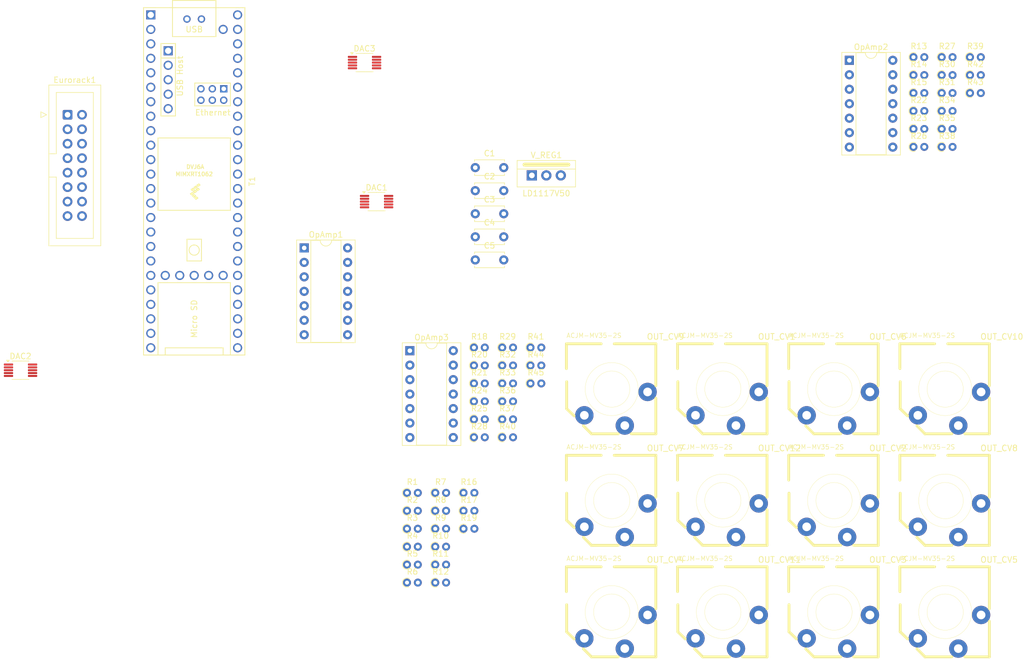
<source format=kicad_pcb>
(kicad_pcb (version 20240108) (generator "pcbnew") (generator_version "8.0")
  (title_block (comment 4 "AISLER Project ID: HGFIVOVR"))
  (layers (0 "F.Cu" signal) (31 "B.Cu" signal) (34 "B.Paste" user) (35 "F.Paste" user) (36 "B.SilkS" user "B.Silkscreen") (37 "F.SilkS" user "F.Silkscreen") (38 "B.Mask" user) (39 "F.Mask" user) (44 "Edge.Cuts" user))
  (net 0 "")
  (net 1 "+12V")
  (net 2 "GND")
  (net 3 "VCC")
  (net 4 "/BOODOO_BOARD/RDY_~{BSY}")
  (net 5 "/BOODOO_BOARD/DAC1")
  (net 6 "/BOODOO_BOARD/~{LDAC}")
  (net 7 "/BOODOO_BOARD/DAC4")
  (net 8 "/BOODOO_BOARD/DAC3")
  (net 9 "/BOODOO_BOARD/DAC2")
  (net 10 "/BOODOO_BOARD/SCL")
  (net 11 "/BOODOO_BOARD/SDA")
  (net 12 "/BOODOO_BOARD1/DAC4")
  (net 13 "/BOODOO_BOARD1/DAC2")
  (net 14 "/BOODOO_BOARD1/RDY_~{BSY}")
  (net 15 "/BOODOO_BOARD1/DAC3")
  (net 16 "/BOODOO_BOARD1/SCL")
  (net 17 "/BOODOO_BOARD1/~{LDAC}")
  (net 18 "/BOODOO_BOARD1/SDA")
  (net 19 "/BOODOO_BOARD1/DAC1")
  (net 20 "Net-(Eurorack1-Pin_13)")
  (net 21 "RED_STRIP")
  (net 22 "Net-(Eurorack1-Pin_11)")
  (net 23 "Net-(Eurorack1-Pin_15)")
  (net 24 "Net-(OpAmp1D--)")
  (net 25 "Net-(OpAmp1C--)")
  (net 26 "Net-(OpAmp1A--)")
  (net 27 "Net-(OpAmp1B--)")
  (net 28 "Net-(OpAmp1-Pad7)")
  (net 29 "Net-(OpAmp1-Pad14)")
  (net 30 "Net-(OpAmp1-Pad1)")
  (net 31 "Net-(OpAmp1-Pad8)")
  (net 32 "/BOODOO_BOARD2/DAC1")
  (net 33 "/BOODOO_BOARD2/SDA")
  (net 34 "/BOODOO_BOARD2/DAC3")
  (net 35 "/BOODOO_BOARD2/DAC4")
  (net 36 "/BOODOO_BOARD2/SCL")
  (net 37 "/BOODOO_BOARD2/RDY_~{BSY}")
  (net 38 "/BOODOO_BOARD2/DAC2")
  (net 39 "/BOODOO_BOARD2/~{LDAC}")
  (net 40 "Net-(OpAmp3D--)")
  (net 41 "Net-(OpAmp3-Pad1)")
  (net 43 "Net-(OpAmp3B--)")
  (net 47 "Net-(OpAmp3A--)")
  (net 48 "Net-(OpAmp3-Pad7)")
  (net 49 "Net-(OpAmp3-Pad14)")
  (net 50 "Net-(OpAmp3C--)")
  (net 51 "Net-(OpAmp3-Pad8)")
  (net 53 "/BOODOO_BOARD/CV_2")
  (net 54 "/BOODOO_BOARD/CV_3")
  (net 57 "Net-(OpAmp2A--)")
  (net 58 "Net-(OpAmp2-Pad8)")
  (net 59 "Net-(OpAmp2C--)")
  (net 60 "Net-(OpAmp2D--)")
  (net 61 "Net-(OpAmp2-Pad1)")
  (net 62 "Net-(OpAmp2-Pad14)")
  (net 63 "Net-(OpAmp2-Pad7)")
  (net 64 "Net-(OpAmp2B--)")
  (net 65 "/BOODOO_BOARD/CV_4")
  (net 67 "/BOODOO_BOARD1/CV_1")
  (net 69 "/BOODOO_BOARD1/CV_2")
  (net 70 "/BOODOO_BOARD1/CV_3")
  (net 72 "/BOODOO_BOARD1/CV_4")
  (net 74 "/BOODOO_BOARD2/CV_1")
  (net 77 "/BOODOO_BOARD2/CV_2")
  (net 78 "/BOODOO_BOARD2/CV_3")
  (net 81 "/BOODOO_BOARD2/CV_4")
  (net 83 "/BOODOO_BOARD/CV_1")
  (footprint "PCM_4ms_Jack:ACJM-MV35-2S_Mono_Vert_Switch" (layer "F.Cu") (at 59.152 101.125)
    (property "Reference" "OUT_CV5" (at 6.09 -8.6 0) (layer "F.SilkS") (effects (font (size 1.016 1.016) (thickness 0.1524)) (justify left bottom)))
    (property "Value" "ACJM-MV35-2S" (at -7.99 -8.93 0) (layer "F.SilkS") (effects (font (size 0.8 0.8) (thickness 0.1)) (justify left bottom)))
    (pad "1" thru_hole circle (at -4.8 4.6 270) (size 3.216 3.216) (drill 1.524) (layers "*.Cu" "*.Mask") (net 2 "GND"))
    (pad "2" thru_hole circle (at 2.3 6.4 270) (size 3.216 3.216) (drill 1.524) (layers "*.Cu" "*.Mask"))
    (pad "3" thru_hole circle (at 6.3 0.5 270) (size 3.216 3.216) (drill 1.524) (layers "*.Cu" "*.Mask") (net 53 "/BOODOO_BOARD/CV_2"))
  )
  (footprint "Resistor_THT:R_Axial_DIN0204_L3.6mm_D1.6mm_P1.90mm_Vertical" (layer "F.Cu") (at 58.542 3.735)
    (property "Reference" "R27" (at 0.95 -1.92 0) (layer "F.SilkS"))
    (property "Value" "47k")
    (pad "1" thru_hole circle (at 0 0) (size 1.4 1.4) (drill 0.7) (layers "*.Cu" "*.Mask") (net 60 "Net-(OpAmp2D--)"))
    (pad "2" thru_hole oval (at 1.9 0) (size 1.4 1.4) (drill 0.7) (layers "*.Cu" "*.Mask") (net 65 "/BOODOO_BOARD/CV_4"))
  )
  (footprint "Resistor_THT:R_Axial_DIN0204_L3.6mm_D1.6mm_P1.90mm_Vertical" (layer "F.Cu") (at -30.338 83.345)
    (property "Reference" "R8" (at 0.95 -1.92 0) (layer "F.SilkS"))
    (property "Value" "47k")
    (pad "1" thru_hole circle (at 0 0) (size 1.4 1.4) (drill 0.7) (layers "*.Cu" "*.Mask") (net 25 "Net-(OpAmp1C--)"))
    (pad "2" thru_hole oval (at 1.9 0) (size 1.4 1.4) (drill 0.7) (layers "*.Cu" "*.Mask") (net 2 "GND"))
  )
  (footprint "Resistor_THT:R_Axial_DIN0204_L3.6mm_D1.6mm_P1.90mm_Vertical" (layer "F.Cu") (at -23.548 70.445)
    (property "Reference" "R28" (at 0.95 -1.92 0) (layer "F.SilkS"))
    (property "Value" "47k")
    (pad "1" thru_hole circle (at 0 0) (size 1.4 1.4) (drill 0.7) (layers "*.Cu" "*.Mask") (net 47 "Net-(OpAmp3A--)"))
    (pad "2" thru_hole oval (at 1.9 0) (size 1.4 1.4) (drill 0.7) (layers "*.Cu" "*.Mask") (net 2 "GND"))
  )
  (footprint "Package_SO:MSOP-10_3x3mm_P0.5mm" (layer "F.Cu") (at -40.64 29.083)
    (property "Reference" "DAC1" (at 0 -2.45 0) (layer "F.SilkS"))
    (property "Value" "MCP4728")
    (pad "1" smd roundrect (at -2.1125 -1) (size 1.625 0.35) (layers "F.Cu" "F.Paste" "F.Mask") (net 3 "VCC"))
    (pad "2" smd roundrect (at -2.1125 -0.5) (size 1.625 0.35) (layers "F.Cu" "F.Paste" "F.Mask") (net 16 "/BOODOO_BOARD1/SCL"))
    (pad "3" smd roundrect (at -2.1125 0) (size 1.625 0.35) (layers "F.Cu" "F.Paste" "F.Mask") (net 18 "/BOODOO_BOARD1/SDA"))
    (pad "4" smd roundrect (at -2.1125 0.5) (size 1.625 0.35) (layers "F.Cu" "F.Paste" "F.Mask") (net 17 "/BOODOO_BOARD1/~{LDAC}"))
    (pad "5" smd roundrect (at -2.1125 1) (size 1.625 0.35) (layers "F.Cu" "F.Paste" "F.Mask") (net 14 "/BOODOO_BOARD1/RDY_~{BSY}"))
    (pad "6" smd roundrect (at 2.1125 1) (size 1.625 0.35) (layers "F.Cu" "F.Paste" "F.Mask") (net 19 "/BOODOO_BOARD1/DAC1"))
    (pad "7" smd roundrect (at 2.1125 0.5) (size 1.625 0.35) (layers "F.Cu" "F.Paste" "F.Mask") (net 13 "/BOODOO_BOARD1/DAC2"))
    (pad "8" smd roundrect (at 2.1125 0) (size 1.625 0.35) (layers "F.Cu" "F.Paste" "F.Mask") (net 15 "/BOODOO_BOARD1/DAC3"))
    (pad "9" smd roundrect (at 2.1125 -0.5) (size 1.625 0.35) (layers "F.Cu" "F.Paste" "F.Mask") (net 12 "/BOODOO_BOARD1/DAC4"))
    (pad "10" smd roundrect (at 2.1125 -1) (size 1.625 0.35) (layers "F.Cu" "F.Paste" "F.Mask") (net 2 "GND"))
  )
  (footprint "Resistor_THT:R_Axial_DIN0204_L3.6mm_D1.6mm_P1.90mm_Vertical" (layer "F.Cu") (at -23.548 64.145)
    (property "Reference" "R24" (at 0.95 -1.92 0) (layer "F.SilkS"))
    (property "Value" "1k")
    (pad "1" thru_hole circle (at 0 0) (size 1.4 1.4) (drill 0.7) (layers "*.Cu" "*.Mask") (net 41 "Net-(OpAmp3-Pad1)"))
    (pad "2" thru_hole oval (at 1.9 0) (size 1.4 1.4) (drill 0.7) (layers "*.Cu" "*.Mask") (net 74 "/BOODOO_BOARD2/CV_1"))
  )
  (footprint "PCM_4ms_Jack:ACJM-MV35-2S_Mono_Vert_Switch" (layer "F.Cu") (at 39.642 101.125)
    (property "Reference" "OUT_CV3" (at 6.09 -8.6 0) (layer "F.SilkS") (effects (font (size 1.016 1.016) (thickness 0.1524)) (justify left bottom)))
    (property "Value" "ACJM-MV35-2S" (at -7.99 -8.93 0) (layer "F.SilkS") (effects (font (size 0.8 0.8) (thickness 0.1)) (justify left bottom)))
    (pad "1" thru_hole circle (at -4.8 4.6 270) (size 3.216 3.216) (drill 1.524) (layers "*.Cu" "*.Mask") (net 2 "GND"))
    (pad "2" thru_hole circle (at 2.3 6.4 270) (size 3.216 3.216) (drill 1.524) (layers "*.Cu" "*.Mask"))
    (pad "3" thru_hole circle (at 6.3 0.5 270) (size 3.216 3.216) (drill 1.524) (layers "*.Cu" "*.Mask") (net 72 "/BOODOO_BOARD1/CV_4"))
  )
  (footprint "Capacitor_THT:C_Disc_D5.0mm_W2.5mm_P5.00mm" (layer "F.Cu") (at -23.318 39.315)
    (property "Reference" "C5" (at 2.5 -2.5 0) (layer "F.SilkS"))
    (property "Value" "0.1uf")
    (pad "1" thru_hole circle (at 0 0) (size 1.6 1.6) (drill 0.8) (layers "*.Cu" "*.Mask") (net 1 "+12V"))
    (pad "2" thru_hole circle (at 5 0) (size 1.6 1.6) (drill 0.8) (layers "*.Cu" "*.Mask") (net 2 "GND"))
  )
  (footprint "Resistor_THT:R_Axial_DIN0204_L3.6mm_D1.6mm_P1.90mm_Vertical" (layer "F.Cu") (at -13.628 54.695)
    (property "Reference" "R41" (at 0.95 -1.92 0) (layer "F.SilkS"))
    (property "Value" "47k")
    (pad "1" thru_hole circle (at 0 0) (size 1.4 1.4) (drill 0.7) (layers "*.Cu" "*.Mask") (net 50 "Net-(OpAmp3C--)"))
    (pad "2" thru_hole oval (at 1.9 0) (size 1.4 1.4) (drill 0.7) (layers "*.Cu" "*.Mask") (net 78 "/BOODOO_BOARD2/CV_3"))
  )
  (footprint "PCM_4ms_Jack:ACJM-MV35-2S_Mono_Vert_Switch" (layer "F.Cu") (at 39.642 81.555)
    (property "Reference" "OUT_CV2" (at 6.09 -8.6 0) (layer "F.SilkS") (effects (font (size 1.016 1.016) (thickness 0.1524)) (justify left bottom)))
    (property "Value" "ACJM-MV35-2S" (at -7.99 -8.93 0) (layer "F.SilkS") (effects (font (size 0.8 0.8) (thickness 0.1)) (justify left bottom)))
    (pad "1" thru_hole circle (at -4.8 4.6 270) (size 3.216 3.216) (drill 1.524) (layers "*.Cu" "*.Mask") (net 2 "GND"))
    (pad "2" thru_hole circle (at 2.3 6.4 270) (size 3.216 3.216) (drill 1.524) (layers "*.Cu" "*.Mask"))
    (pad "3" thru_hole circle (at 6.3 0.5 270) (size 3.216 3.216) (drill 1.524) (layers "*.Cu" "*.Mask") (net 67 "/BOODOO_BOARD1/CV_1"))
  )
  (footprint "PCM_4ms_Jack:ACJM-MV35-2S_Mono_Vert_Switch" (layer "F.Cu") (at 39.642 61.985)
    (property "Reference" "OUT_CV6" (at 6.09 -8.6 0) (layer "F.SilkS") (effects (font (size 1.016 1.016) (thickness 0.1524)) (justify left bottom)))
    (property "Value" "ACJM-MV35-2S" (at -7.99 -8.93 0) (layer "F.SilkS") (effects (font (size 0.8 0.8) (thickness 0.1)) (justify left bottom)))
    (pad "1" thru_hole circle (at -4.8 4.6 270) (size 3.216 3.216) (drill 1.524) (layers "*.Cu" "*.Mask") (net 2 "GND"))
    (pad "2" thru_hole circle (at 2.3 6.4 270) (size 3.216 3.216) (drill 1.524) (layers "*.Cu" "*.Mask"))
    (pad "3" thru_hole circle (at 6.3 0.5 270) (size 3.216 3.216) (drill 1.524) (layers "*.Cu" "*.Mask") (net 54 "/BOODOO_BOARD/CV_3"))
  )
  (footprint "Resistor_THT:R_Axial_DIN0204_L3.6mm_D1.6mm_P1.90mm_Vertical" (layer "F.Cu") (at -30.338 92.795)
    (property "Reference" "R11" (at 0.95 -1.92 0) (layer "F.SilkS"))
    (property "Value" "1k")
    (pad "1" thru_hole circle (at 0 0) (size 1.4 1.4) (drill 0.7) (layers "*.Cu" "*.Mask") (net 28 "Net-(OpAmp1-Pad7)"))
    (pad "2" thru_hole oval (at 1.9 0) (size 1.4 1.4) (drill 0.7) (layers "*.Cu" "*.Mask") (net 69 "/BOODOO_BOARD1/CV_2"))
  )
  (footprint "PCM_4ms_Package_TO:TO-220-3_Vertical" (layer "F.Cu") (at -10.848 24.485)
    (property "Reference" "V_REG1" (at 0 -3.55 0) (layer "F.SilkS"))
    (property "Value" "LD1117V50" (at 0 3.15 0) (layer "F.SilkS"))
    (pad "1" thru_hole rect (at -2.54 0) (size 1.8 1.8) (drill 1) (layers "*.Cu" "*.Mask") (net 2 "GND"))
    (pad "2" thru_hole oval (at 0 0) (size 1.8 1.8) (drill 1) (layers "*.Cu" "*.Mask") (net 3 "VCC"))
    (pad "3" thru_hole oval (at 2.54 0) (size 1.8 1.8) (drill 1) (layers "*.Cu" "*.Mask") (net 1 "+12V"))
  )
  (footprint "Resistor_THT:R_Axial_DIN0204_L3.6mm_D1.6mm_P1.90mm_Vertical" (layer "F.Cu") (at 53.582 19.485)
    (property "Reference" "R26" (at 0.95 -1.92 0) (layer "F.SilkS"))
    (property "Value" "47k")
    (pad "1" thru_hole circle (at 0 0) (size 1.4 1.4) (drill 0.7) (layers "*.Cu" "*.Mask") (net 57 "Net-(OpAmp2A--)"))
    (pad "2" thru_hole oval (at 1.9 0) (size 1.4 1.4) (drill 0.7) (layers "*.Cu" "*.Mask") (net 83 "/BOODOO_BOARD/CV_1"))
  )
  (footprint "Capacitor_THT:C_Disc_D5.0mm_W2.5mm_P5.00mm" (layer "F.Cu") (at -23.318 31.215)
    (property "Reference" "C3" (at 2.5 -2.5 0) (layer "F.SilkS"))
    (property "Value" "0.1uf")
    (pad "1" thru_hole circle (at 0 0) (size 1.6 1.6) (drill 0.8) (layers "*.Cu" "*.Mask") (net 3 "VCC"))
    (pad "2" thru_hole circle (at 5 0) (size 1.6 1.6) (drill 0.8) (layers "*.Cu" "*.Mask") (net 2 "GND"))
  )
  (footprint "Resistor_THT:R_Axial_DIN0204_L3.6mm_D1.6mm_P1.90mm_Vertical" (layer "F.Cu") (at -35.298 83.345)
    (property "Reference" "R2" (at 0.95 -1.92 0) (layer "F.SilkS"))
    (property "Value" "1k")
    (pad "1" thru_hole circle (at 0 0) (size 1.4 1.4) (drill 0.7) (layers "*.Cu" "*.Mask") (net 29 "Net-(OpAmp1-Pad14)"))
    (pad "2" thru_hole oval (at 1.9 0) (size 1.4 1.4) (drill 0.7) (layers "*.Cu" "*.Mask") (net 72 "/BOODOO_BOARD1/CV_4"))
  )
  (footprint "Resistor_THT:R_Axial_DIN0204_L3.6mm_D1.6mm_P1.90mm_Vertical" (layer "F.Cu") (at -30.338 86.495)
    (property "Reference" "R9" (at 0.95 -1.92 0) (layer "F.SilkS"))
    (property "Value" "47k")
    (pad "1" thru_hole circle (at 0 0) (size 1.4 1.4) (drill 0.7) (layers "*.Cu" "*.Mask") (net 27 "Net-(OpAmp1B--)"))
    (pad "2" thru_hole oval (at 1.9 0) (size 1.4 1.4) (drill 0.7) (layers "*.Cu" "*.Mask") (net 69 "/BOODOO_BOARD1/CV_2"))
  )
  (footprint "Resistor_THT:R_Axial_DIN0204_L3.6mm_D1.6mm_P1.90mm_Vertical" (layer "F.Cu") (at 53.582 3.735)
    (property "Reference" "R13" (at 0.95 -1.92 0) (layer "F.SilkS"))
    (property "Value" "10k")
    (pad "1" thru_hole circle (at 0 0) (size 1.4 1.4) (drill 0.7) (layers "*.Cu" "*.Mask") (net 3 "VCC"))
    (pad "2" thru_hole oval (at 1.9 0) (size 1.4 1.4) (drill 0.7) (layers "*.Cu" "*.Mask") (net 10 "/BOODOO_BOARD/SCL"))
  )
  (footprint "Capacitor_THT:C_Disc_D5.0mm_W2.5mm_P5.00mm" (layer "F.Cu") (at -23.318 23.115)
    (property "Reference" "C1" (at 2.5 -2.5 0) (layer "F.SilkS"))
    (property "Value" "0.1uf")
    (pad "1" thru_hole circle (at 0 0) (size 1.6 1.6) (drill 0.8) (layers "*.Cu" "*.Mask") (net 3 "VCC"))
    (pad "2" thru_hole circle (at 5 0) (size 1.6 1.6) (drill 0.8) (layers "*.Cu" "*.Mask") (net 2 "GND"))
  )
  (footprint "Resistor_THT:R_Axial_DIN0204_L3.6mm_D1.6mm_P1.90mm_Vertical" (layer "F.Cu") (at -30.338 89.645)
    (property "Reference" "R10" (at 0.95 -1.92 0) (layer "F.SilkS"))
    (property "Value" "47k")
    (pad "1" thru_hole circle (at 0 0) (size 1.4 1.4) (drill 0.7) (layers "*.Cu" "*.Mask") (net 25 "Net-(OpAmp1C--)"))
    (pad "2" thru_hole oval (at 1.9 0) (size 1.4 1.4) (drill 0.7) (layers "*.Cu" "*.Mask") (net 70 "/BOODOO_BOARD1/CV_3"))
  )
  (footprint "Resistor_THT:R_Axial_DIN0204_L3.6mm_D1.6mm_P1.90mm_Vertical" (layer "F.Cu") (at 53.582 6.885)
    (property "Reference" "R14" (at 0.95 -1.92 0) (layer "F.SilkS"))
    (property "Value" "100k")
    (pad "1" thru_hole circle (at 0 0) (size 1.4 1.4) (drill 0.7) (layers "*.Cu" "*.Mask") (net 3 "VCC"))
    (pad "2" thru_hole oval (at 1.9 0) (size 1.4 1.4) (drill 0.7) (layers "*.Cu" "*.Mask") (net 4 "/BOODOO_BOARD/RDY_~{BSY}"))
  )
  (footprint "Resistor_THT:R_Axial_DIN0204_L3.6mm_D1.6mm_P1.90mm_Vertical" (layer "F.Cu") (at 53.582 16.335)
    (property "Reference" "R23" (at 0.95 -1.92 0) (layer "F.SilkS"))
    (property "Value" "1k")
    (pad "1" thru_hole circle (at 0 0) (size 1.4 1.4) (drill 0.7) (layers "*.Cu" "*.Mask") (net 62 "Net-(OpAmp2-Pad14)"))
    (pad "2" thru_hole oval (at 1.9 0) (size 1.4 1.4) (drill 0.7) (layers "*.Cu" "*.Mask") (net 65 "/BOODOO_BOARD/CV_4"))
  )
  (footprint "Package_DIP:DIP-14_W7.62mm_Socket" (layer "F.Cu") (at -53.34 37.211)
    (property "Reference" "OpAmp1" (at 3.81 -2.33 0) (layer "F.SilkS"))
    (property "Value" "TL074")
    (pad "1" thru_hole rect (at 0 0) (size 1.6 1.6) (drill 0.8) (layers "*.Cu" "*.Mask") (net 30 "Net-(OpAmp1-Pad1)"))
    (pad "2" thru_hole oval (at 0 2.54) (size 1.6 1.6) (drill 0.8) (layers "*.Cu" "*.Mask") (net 26 "Net-(OpAmp1A--)"))
    (pad "3" thru_hole oval (at 0 5.08) (size 1.6 1.6) (drill 0.8) (layers "*.Cu" "*.Mask") (net 19 "/BOODOO_BOARD1/DAC1"))
    (pad "4" thru_hole oval (at 0 7.62) (size 1.6 1.6) (drill 0.8) (layers "*.Cu" "*.Mask") (net 1 "+12V"))
    (pad "5" thru_hole oval (at 0 10.16) (size 1.6 1.6) (drill 0.8) (layers "*.Cu" "*.Mask") (net 13 "/BOODOO_BOARD1/DAC2"))
    (pad "6" thru_hole oval (at 0 12.7) (size 1.6 1.6) (drill 0.8) (layers "*.Cu" "*.Mask") (net 27 "Net-(OpAmp1B--)"))
    (pad "7" thru_hole oval (at 0 15.24) (size 1.6 1.6) (drill 0.8) (layers "*.Cu" "*.Mask") (net 28 "Net-(OpAmp1-Pad7)"))
    (pad "8" thru_hole oval (at 7.62 15.24) (size 1.6 1.6) (drill 0.8) (layers "*.Cu" "*.Mask") (net 31 "Net-(OpAmp1-Pad8)"))
    (pad "9" thru_hole oval (at 7.62 12.7) (size 1.6 1.6) (drill 0.8) (layers "*.Cu" "*.Mask") (net 25 "Net-(OpAmp1C--)"))
    (pad "10" thru_hole oval (at 7.62 10.16) (size 1.6 1.6) (drill 0.8) (layers "*.Cu" "*.Mask") (net 15 "/BOODOO_BOARD1/DAC3"))
    (pad "11" thru_hole oval (at 7.62 7.62) (size 1.6 1.6) (drill 0.8) (layers "*.Cu" "*.Mask") (net 2 "GND"))
    (pad "12" thru_hole oval (at 7.62 5.08) (size 1.6 1.6) (drill 0.8) (layers "*.Cu" "*.Mask") (net 12 "/BOODOO_BOARD1/DAC4"))
    (pad "13" thru_hole oval (at 7.62 2.54) (size 1.6 1.6) (drill 0.8) (layers "*.Cu" "*.Mask") (net 24 "Net-(OpAmp1D--)"))
    (pad "14" thru_hole oval (at 7.62 0) (size 1.6 1.6) (drill 0.8) (layers "*.Cu" "*.Mask") (net 29 "Net-(OpAmp1-Pad14)"))
  )
  (footprint "Resistor_THT:R_Axial_DIN0204_L3.6mm_D1.6mm_P1.90mm_Vertical" (layer "F.Cu") (at 63.502 6.885)
    (property "Reference" "R42" (at 0.95 -1.92 0) (layer "F.SilkS"))
    (property "Value" "1k")
    (pad "1" thru_hole circle (at 0 0) (size 1.4 1.4) (drill 0.7) (layers "*.Cu" "*.Mask") (net 63 "Net-(OpAmp2-Pad7)"))
    (pad "2" thru_hole oval (at 1.9 0) (size 1.4 1.4) (drill 0.7) (layers "*.Cu" "*.Mask") (net 53 "/BOODOO_BOARD/CV_2"))
  )
  (footprint "PCM_4ms_Jack:ACJM-MV35-2S_Mono_Vert_Switch" (layer "F.Cu") (at 20.132 101.125)
    (property "Reference" "OUT_CV11" (at 6.09 -8.6 0) (layer "F.SilkS") (effects (font (size 1.016 1.016) (thickness 0.1524)) (justify left bottom)))
    (property "Value" "ACJM-MV35-2S" (at -7.99 -8.93 0) (layer "F.SilkS") (effects (font (size 0.8 0.8) (thickness 0.1)) (justify left bottom)))
    (pad "1" thru_hole circle (at -4.8 4.6 270) (size 3.216 3.216) (drill 1.524) (layers "*.Cu" "*.Mask") (net 2 "GND"))
    (pad "2" thru_hole circle (at 2.3 6.4 270) (size 3.216 3.216) (drill 1.524) (layers "*.Cu" "*.Mask"))
    (pad "3" thru_hole circle (at 6.3 0.5 270) (size 3.216 3.216) (drill 1.524) (layers "*.Cu" "*.Mask") (net 78 "/BOODOO_BOARD2/CV_3"))
  )
  (footprint "Resistor_THT:R_Axial_DIN0204_L3.6mm_D1.6mm_P1.90mm_Vertical" (layer "F.Cu") (at -13.628 57.845)
    (property "Reference" "R44" (at 0.95 -1.92 0) (layer "F.SilkS"))
    (property "Value" "1k")
    (pad "1" thru_hole circle (at 0 0) (size 1.4 1.4) (drill 0.7) (layers "*.Cu" "*.Mask") (net 48 "Net-(OpAmp3-Pad7)"))
    (pad "2" thru_hole oval (at 1.9 0) (size 1.4 1.4) (drill 0.7) (layers "*.Cu" "*.Mask") (net 77 "/BOODOO_BOARD2/CV_2"))
  )
  (footprint "Resistor_THT:R_Axial_DIN0204_L3.6mm_D1.6mm_P1.90mm_Vertical" (layer "F.Cu") (at 58.542 13.185)
    (property "Reference" "R34" (at 0.95 -1.92 0) (layer "F.SilkS"))
    (property "Value" "47k")
    (pad "1" thru_hole circle (at 0 0) (size 1.4 1.4) (drill 0.7) (layers "*.Cu" "*.Mask") (net 64 "Net-(OpAmp2B--)"))
    (pad "2" thru_hole oval (at 1.9 0) (size 1.4 1.4) (drill 0.7) (layers "*.Cu" "*.Mask") (net 53 "/BOODOO_BOARD/CV_2"))
  )
  (footprint "Resistor_THT:R_Axial_DIN0204_L3.6mm_D1.6mm_P1.90mm_Vertical" (layer "F.Cu") (at -30.338 80.195)
    (property "Reference" "R7" (at 0.95 -1.92 0) (layer "F.SilkS"))
    (property "Value" "47k")
    (pad "1" thru_hole circle (at 0 0) (size 1.4 1.4) (drill 0.7) (layers "*.Cu" "*.Mask") (net 27 "Net-(OpAmp1B--)"))
    (pad "2" thru_hole oval (at 1.9 0) (size 1.4 1.4) (drill 0.7) (layers "*.Cu" "*.Mask") (net 2 "GND"))
  )
  (footprint "Resistor_THT:R_Axial_DIN0204_L3.6mm_D1.6mm_P1.90mm_Vertical" (layer "F.Cu") (at -25.378 80.195)
    (property "Reference" "R16" (at 0.95 -1.92 0) (layer "F.SilkS"))
    (property "Value" "100k")
    (pad "1" thru_hole circle (at 0 0) (size 1.4 1.4) (drill 0.7) (layers "*.Cu" "*.Mask") (net 3 "VCC"))
    (pad "2" thru_hole oval (at 1.9 0) (size 1.4 1.4) (drill 0.7) (layers "*.Cu" "*.Mask") (net 14 "/BOODOO_BOARD1/RDY_~{BSY}"))
  )
  (footprint "Resistor_THT:R_Axial_DIN0204_L3.6mm_D1.6mm_P1.90mm_Vertical" (layer "F.Cu") (at -23.548 60.995)
    (property "Reference" "R21" (at 0.95 -1.92 0) (layer "F.SilkS"))
    (property "Value" "10k")
    (pad "1" thru_hole circle (at 0 0) (size 1.4 1.4) (drill 0.7) (layers "*.Cu" "*.Mask") (net 3 "VCC"))
    (pad "2" thru_hole oval (at 1.9 0) (size 1.4 1.4) (drill 0.7) (layers "*.Cu" "*.Mask") (net 33 "/BOODOO_BOARD2/SDA"))
  )
  (footprint "Resistor_THT:R_Axial_DIN0204_L3.6mm_D1.6mm_P1.90mm_Vertical" (layer "F.Cu") (at -25.378 83.345)
    (property "Reference" "R17" (at 0.95 -1.92 0) (layer "F.SilkS"))
    (property "Value" "10k")
    (pad "1" thru_hole circle (at 0 0) (size 1.4 1.4) (drill 0.7) (layers "*.Cu" "*.Mask") (net 3 "VCC"))
    (pad "2" thru_hole oval (at 1.9 0) (size 1.4 1.4) (drill 0.7) (layers "*.Cu" "*.Mask") (net 18 "/BOODOO_BOARD1/SDA"))
  )
  (footprint "PCM_4ms_Jack:ACJM-MV35-2S_Mono_Vert_Switch" (layer "F.Cu") (at 20.132 81.555)
    (property "Reference" "OUT_CV12" (at 6.09 -8.6 0) (layer "F.SilkS") (effects (font (size 1.016 1.016) (thickness 0.1524)) (justify left bottom)))
    (property "Value" "ACJM-MV35-2S" (at -7.99 -8.93 0) (layer "F.SilkS") (effects (font (size 0.8 0.8) (thickness 0.1)) (justify left bottom)))
    (pad "1" thru_hole circle (at -4.8 4.6 270) (size 3.216 3.216) (drill 1.524) (layers "*.Cu" "*.Mask") (net 2 "GND"))
    (pad "2" thru_hole circle (at 2.3 6.4 270) (size 3.216 3.216) (drill 1.524) (layers "*.Cu" "*.Mask"))
    (pad "3" thru_hole circle (at 6.3 0.5 270) (size 3.216 3.216) (drill 1.524) (layers "*.Cu" "*.Mask") (net 81 "/BOODOO_BOARD2/CV_4"))
  )
  (footprint "Resistor_THT:R_Axial_DIN0204_L3.6mm_D1.6mm_P1.90mm_Vertical" (layer "F.Cu") (at -23.548 67.295)
    (property "Reference" "R25" (at 0.95 -1.92 0) (layer "F.SilkS"))
    (property "Value" "1k")
    (pad "1" thru_hole circle (at 0 0) (size 1.4 1.4) (drill 0.7) (layers "*.Cu" "*.Mask") (net 49 "Net-(OpAmp3-Pad14)"))
    (pad "2" thru_hole oval (at 1.9 0) (size 1.4 1.4) (drill 0.7) (layers "*.Cu" "*.Mask") (net 81 "/BOODOO_BOARD2/CV_4"))
  )
  (footprint "Resistor_THT:R_Axial_DIN0204_L3.6mm_D1.6mm_P1.90mm_Vertical" (layer "F.Cu") (at 58.542 16.335)
    (property "Reference" "R35" (at 0.95 -1.92 0) (layer "F.SilkS"))
    (property "Value" "47k")
    (pad "1" thru_hole circle (at 0 0) (size 1.4 1.4) (drill 0.7) (layers "*.Cu" "*.Mask") (net 59 "Net-(OpAmp2C--)"))
    (pad "2" thru_hole oval (at 1.9 0) (size 1.4 1.4) (drill 0.7) (layers "*.Cu" "*.Mask") (net 54 "/BOODOO_BOARD/CV_3"))
  )
  (footprint "Resistor_THT:R_Axial_DIN0204_L3.6mm_D1.6mm_P1.90mm_Vertical" (layer "F.Cu") (at -18.588 54.695)
    (property "Reference" "R29" (at 0.95 -1.92 0) (layer "F.SilkS"))
    (property "Value" "47k")
    (pad "1" thru_hole circle (at 0 0) (size 1.4 1.4) (drill 0.7) (layers "*.Cu" "*.Mask") (net 40 "Net-(OpAmp3D--)"))
    (pad "2" thru_hole oval (at 1.9 0) (size 1.4 1.4) (drill 0.7) (layers "*.Cu" "*.Mask") (net 2 "GND"))
  )
  (footprint "Resistor_THT:R_Axial_DIN0204_L3.6mm_D1.6mm_P1.90mm_Vertical" (layer "F.Cu") (at -35.298 89.645)
    (property "Reference" "R4" (at 0.95 -1.92 0) (layer "F.SilkS"))
    (property "Value" "47k")
    (pad "1" thru_hole circle (at 0 0) (size 1.4 1.4) (drill 0.7) (layers "*.Cu" "*.Mask") (net 24 "Net-(OpAmp1D--)"))
    (pad "2" thru_hole oval (at 1.9 0) (size 1.4 1.4) (drill 0.7) (layers "*.Cu" "*.Mask") (net 72 "/BOODOO_BOARD1/CV_4"))
  )
  (footprint "PCM_4ms_Jack:ACJM-MV35-2S_Mono_Vert_Switch" (layer "F.Cu") (at 0.622 81.555)
    (property "Reference" "OUT_CV7" (at 6.09 -8.6 0) (layer "F.SilkS") (effects (font (size 1.016 1.016) (thickness 0.1524)) (justify left bottom)))
    (property "Value" "ACJM-MV35-2S" (at -7.99 -8.93 0) (layer "F.SilkS") (effects (font (size 0.8 0.8) (thickness 0.1)) (justify left bottom)))
    (pad "1" thru_hole circle (at -4.8 4.6 270) (size 3.216 3.216) (drill 1.524) (layers "*.Cu" "*.Mask") (net 2 "GND"))
    (pad "2" thru_hole circle (at 2.3 6.4 270) (size 3.216 3.216) (drill 1.524) (layers "*.Cu" "*.Mask"))
    (pad "3" thru_hole circle (at 6.3 0.5 270) (size 3.216 3.216) (drill 1.524) (layers "*.Cu" "*.Mask") (net 83 "/BOODOO_BOARD/CV_1"))
  )
  (footprint "Resistor_THT:R_Axial_DIN0204_L3.6mm_D1.6mm_P1.90mm_Vertical" (layer "F.Cu") (at 58.542 10.035)
    (property "Reference" "R31" (at 0.95 -1.92 0) (layer "F.SilkS"))
    (property "Value" "47k")
    (pad "1" thru_hole circle (at 0 0) (size 1.4 1.4) (drill 0.7) (layers "*.Cu" "*.Mask") (net 60 "Net-(OpAmp2D--)"))
    (pad "2" thru_hole oval (at 1.9 0) (size 1.4 1.4) (drill 0.7) (layers "*.Cu" "*.Mask") (net 2 "GND"))
  )
  (footprint "Resistor_THT:R_Axial_DIN0204_L3.6mm_D1.6mm_P1.90mm_Vertical" (layer "F.Cu") (at -13.628 60.995)
    (property "Reference" "R45" (at 0.95 -1.92 0) (layer "F.SilkS"))
    (property "Value" "1k")
    (pad "1" thru_hole circle (at 0 0) (size 1.4 1.4) (drill 0.7) (layers "*.Cu" "*.Mask") (net 51 "Net-(OpAmp3-Pad8)"))
    (pad "2" thru_hole oval (at 1.9 0) (size 1.4 1.4) (drill 0.7) (layers "*.Cu" "*.Mask") (net 78 "/BOODOO_BOARD2/CV_3"))
  )
  (footprint "Capacitor_THT:C_Disc_D5.0mm_W2.5mm_P5.00mm" (layer "F.Cu") (at -23.318 35.265)
    (property "Reference" "C4" (at 2.5 -2.5 0) (layer "F.SilkS"))
    (property "Value" "1uf")
    (pad "1" thru_hole circle (at 0 0) (size 1.6 1.6) (drill 0.8) (layers "*.Cu" "*.Mask") (net 1 "+12V"))
    (pad "2" thru_hole circle (at 5 0) (size 1.6 1.6) (drill 0.8) (layers "*.Cu" "*.Mask") (net 2 "GND"))
  )
  (footprint "Resistor_THT:R_Axial_DIN0204_L3.6mm_D1.6mm_P1.90mm_Vertical" (layer "F.Cu") (at -18.588 64.145)
    (property "Reference" "R36" (at 0.95 -1.92 0) (layer "F.SilkS"))
    (property "Value" "47k")
    (pad "1" thru_hole circle (at 0 0) (size 1.4 1.4) (drill 0.7) (layers "*.Cu" "*.Mask") (net 43 "Net-(OpAmp3B--)"))
    (pad "2" thru_hole oval (at 1.9 0) (size 1.4 1.4) (drill 0.7) (layers "*.Cu" "*.Mask") (net 2 "GND"))
  )
  (footprint "teensy.pretty-master:Teensy41" (layer "F.Cu") (at -72.644 25.527 -90)
    (property "Reference" "T1" (at 0 -10.16 90) (layer "F.SilkS"))
    (property "Value" "Teensy4.1")
    (fp_text user "Ethernet" (at -12.065 -3.2766 360) (layer "F.SilkS"))
    (fp_text user "USB" (at -26.67 0 360) (layer "F.SilkS"))
    (fp_text user "Micro SD" (at 24.13 0 90) (layer "F.SilkS"))
    (fp_text user "DVJ6A" (at -2.54 -0.18 360) (layer "F.SilkS") (effects (font (size 0.7 0.7))))
    (fp_text user "MIMXRT1062" (at -1.27 0 360) (layer "F.SilkS") (effects (font (size 0.7 0.7))))
    (fp_text user "USB Host" (at -18.4658 2.4892 90) (layer "F.SilkS"))
    (pad "1" thru_hole rect (at -29.21 7.62 270) (size 1.6 1.6) (drill 1.1) (layers "*.Cu" "*.Mask") (net 2 "GND"))
    (pad "2" thru_hole circle (at -26.67 7.62 270) (size 1.6 1.6) (drill 1.1) (layers "*.Cu" "*.Mask"))
    (pad "3" thru_hole circle (at -24.13 7.62 270) (size 1.6 1.6) (drill 1.1) (layers "*.Cu" "*.Mask"))
    (pad "4" thru_hole circle (at -21.59 7.62 270) (size 1.6 1.6) (drill 1.1) (layers "*.Cu" "*.Mask") (net 6 "/BOODOO_BOARD/~{LDAC}"))
    (pad "5" thru_hole circle (at -19.05 7.62 270) (size 1.6 1.6) (drill 1.1) (layers "*.Cu" "*.Mask") (net 4 "/BOODOO_BOARD/RDY_~{BSY}"))
    (pad "6" thru_hole circle (at -16.51 7.62 270) (size 1.6 1.6) (drill 1.1) (layers "*.Cu" "*.Mask") (net 17 "/BOODOO_BOARD1/~{LDAC}"))
    (pad "7" thru_hole circle (at -13.97 7.62 270) (size 1.6 1.6) (drill 1.1) (layers "*.Cu" "*.Mask") (net 14 "/BOODOO_BOARD1/RDY_~{BSY}"))
    (pad "8" thru_hole circle (at -11.43 7.62 270) (size 1.6 1.6) (drill 1.1) (layers "*.Cu" "*.Mask") (net 39 "/BOODOO_BOARD2/~{LDAC}"))
    (pad "9" thru_hole circle (at -8.89 7.62 270) (size 1.6 1.6) (drill 1.1) (layers "*.Cu" "*.Mask") (net 37 "/BOODOO_BOARD2/RDY_~{BSY}"))
    (pad "10" thru_hole circle (at -6.35 7.62 270) (size 1.6 1.6) (drill 1.1) (layers "*.Cu" "*.Mask"))
    (pad "11" thru_hole circle (at -3.81 7.62 270) (size 1.6 1.6) (drill 1.1) (layers "*.Cu" "*.Mask"))
    (pad "12" thru_hole circle (at -1.27 7.62 270) (size 1.6 1.6) (drill 1.1) (layers "*.Cu" "*.Mask"))
    (pad "13" thru_hole circle (at 1.27 7.62 270) (size 1.6 1.6) (drill 1.1) (layers "*.Cu" "*.Mask"))
    (pad "14" thru_hole circle (at 3.81 7.62 270) (size 1.6 1.6) (drill 1.1) (layers "*.Cu" "*.Mask"))
    (pad "15" thru_hole circle (at 6.35 7.62 270) (size 1.6 1.6) (drill 1.1) (layers "*.Cu" "*.Mask"))
    (pad "16" thru_hole circle (at 8.89 7.62 270) (size 1.6 1.6) (drill 1.1) (layers "*.Cu" "*.Mask") (net 36 "/BOODOO_BOARD2/SCL"))
    (pad "17" thru_hole circle (at 11.43 7.62 270) (size 1.6 1.6) (drill 1.1) (layers "*.Cu" "*.Mask") (net 33 "/BOODOO_BOARD2/SDA"))
    (pad "18" thru_hole circle (at 13.97 7.62 270) (size 1.6 1.6) (drill 1.1) (layers "*.Cu" "*.Mask"))
    (pad "19" thru_hole circle (at 16.51 7.62 270) (size 1.6 1.6) (drill 1.1) (layers "*.Cu" "*.Mask"))
    (pad "20" thru_hole circle (at 19.05 7.62 270) (size 1.6 1.6) (drill 1.1) (layers "*.Cu" "*.Mask"))
    (pad "21" thru_hole circle (at 21.59 7.62 270) (size 1.6 1.6) (drill 1.1) (layers "*.Cu" "*.Mask"))
    (pad "22" thru_hole circle (at 24.13 7.62 270) (size 1.6 1.6) (drill 1.1) (layers "*.Cu" "*.Mask"))
    (pad "23" thru_hole circle (at 26.67 7.62 270) (size 1.6 1.6) (drill 1.1) (layers "*.Cu" "*.Mask"))
    (pad "24" thru_hole circle (at 29.21 7.62 270) (size 1.6 1.6) (drill 1.1) (layers "*.Cu" "*.Mask"))
    (pad "25" thru_hole circle (at 29.21 -7.62 270) (size 1.6 1.6) (drill 1.1) (layers "*.Cu" "*.Mask"))
    (pad "26" thru_hole circle (at 26.67 -7.62 270) (size 1.6 1.6) (drill 1.1) (layers "*.Cu" "*.Mask"))
    (pad "27" thru_hole circle (at 24.13 -7.62 270) (size 1.6 1.6) (drill 1.1) (layers "*.Cu" "*.Mask"))
    (pad "28" thru_hole circle (at 21.59 -7.62 270) (size 1.6 1.6) (drill 1.1) (layers "*.Cu" "*.Mask"))
    (pad "29" thru_hole circle (at 19.05 -7.62 270) (size 1.6 1.6) (drill 1.1) (layers "*.Cu" "*.Mask"))
    (pad "30" thru_hole circle (at 16.51 -7.62 270) (size 1.6 1.6) (drill 1.1) (layers "*.Cu" "*.Mask"))
    (pad "31" thru_hole circle (at 13.97 -7.62 270) (size 1.6 1.6) (drill 1.1) (layers "*.Cu" "*.Mask"))
    (pad "32" thru_hole circle (at 11.43 -7.62 270) (size 1.6 1.6) (drill 1.1) (layers "*.Cu" "*.Mask"))
    (pad "33" thru_hole circle (at 8.89 -7.62 270) (size 1.6 1.6) (drill 1.1) (layers "*.Cu" "*.Mask"))
    (pad "34" thru_hole circle (at 6.35 -7.62 270) (size 1.6 1.6) (drill 1.1) (layers "*.Cu" "*.Mask") (net 2 "GND"))
    (pad "35" thru_hole circle (at 3.81 -7.62 270) (size 1.6 1.6) (drill 1.1) (layers "*.Cu" "*.Mask"))
    (pad "36" thru_hole circle (at 1.27 -7.62 270) (size 1.6 1.6) (drill 1.1) (layers "*.Cu" "*.Mask"))
    (pad "37" thru_hole circle (at -1.27 -7.62 270) (size 1.6 1.6) (drill 1.1) (layers "*.Cu" "*.Mask"))
    (pad "38" thru_hole circle (at -3.81 -7.62 270) (size 1.6 1.6) (drill 1.1) (layers "*.Cu" "*.Mask") (net 16 "/BOODOO_BOARD1/SCL"))
    (pad "39" thru_hole circle (at -6.35 -7.62 270) (size 1.6 1.6) (drill 1.1) (layers "*.Cu" "*.Mask") (net 18 "/BOODOO_BOARD1/SDA"))
    (pad "40" thru_hole circle (at -8.89 -7.62 270) (size 1.6 1.6) (drill 1.1) (layers "*.Cu" "*.Mask") (net 11 "/BOODOO_BOARD/SDA"))
    (pad "41" thru_hole circle (at -11.43 -7.62 270) (size 1.6 1.6) (drill 1.1) (layers "*.Cu" "*.Mask") (net 10 "/BOODOO_BOARD/SCL"))
    (pad "42" thru_hole circle (at -13.97 -7.62 270) (size 1.6 1.6) (drill 1.1) (layers "*.Cu" "*.Mask"))
    (pad "43" thru_hole circle (at -16.51 -7.62 270) (size 1.6 1.6) (drill 1.1) (layers "*.Cu" "*.Mask"))
    (pad "44" thru_hole circle (at -19.05 -7.62 270) (size 1.6 1.6) (drill 1.1) (layers "*.Cu" "*.Mask"))
    (pad "45" thru_hole circle (at -21.59 -7.62 270) (size 1.6 1.6) (drill 1.1) (layers "*.Cu" "*.Mask"))
    (pad "46" thru_hole circle (at -24.13 -7.62 270) (size 1.6 1.6) (drill 1.1) (layers "*.Cu" "*.Mask"))
    (pad "47" thru_hole circle (at -26.67 -7.62 270) (size 1.6 1.6) (drill 1.1) (layers "*.Cu" "*.Mask") (net 2 "GND"))
    (pad "48" thru_hole circle (at -29.21 -7.62 270) (size 1.6 1.6) (drill 1.1) (layers "*.Cu" "*.Mask") (net 3 "VCC"))
    (pad "49" thru_hole circle (at -26.67 -5.08 270) (size 1.6 1.6) (drill 1.1) (layers "*.Cu" "*.Mask"))
    (pad "50" thru_hole circle (at 16.51 5.08 270) (size 1.6 1.6) (drill 1.1) (layers "*.Cu" "*.Mask"))
    (pad "51" thru_hole circle (at 16.51 2.54 270) (size 1.6 1.6) (drill 1.1) (layers "*.Cu" "*.Mask"))
    (pad "52" thru_hole circle (at 16.51 0 270) (size 1.6 1.6) (drill 1.1) (layers "*.Cu" "*.Mask"))
    (pad "53" thru_hole circle (at 16.51 -2.54 270) (size 1.6 1.6) (drill 1.1) (layers "*.Cu" "*.Mask"))
    (pad "54" thru_hole circle (at 16.51 -5.08 270) (size 1.6 1.6) (drill 1.1) (layers "*.Cu" "*.Mask"))
    (pad "55" thru_hole rect (at -22.9108 4.5692 270) (size 1.6 1.6) (drill 1.1) (layers "*.Cu" "*.Mask"))
    (pad "56" thru_hole circle (at -20.3708 4.5692 270) (size 1.6 1.6) (drill 1.1) (layers "*.Cu" "*.Mask"))
    (pad "57" thru_hole circle (at -17.8308 4.5692 270) (size 1.6 1.6) (drill 1.1) (layers "*.Cu" "*.Mask"))
    (pad "58" thru_hole circle (at -15.2908 4.5692 270) (size 1.6 1.6) (drill 1.1) (layers "*.Cu" "*.Mask"))
    (pad "59" thru_hole circle (at -12.7508 4.5692 270) (size 1.6 1.6) (drill 1.1) (layers "*.Cu" "*.Mask"))
    (pad "60" thru_hole rect (at -16.24 -5.1816 270) (size 1.3 1.3) (drill 0.8) (layers "*.Cu" "*.Mask"))
    (pad "61" thru_hole circle (at -16.24 -3.1816 270) (size 1.3 1.3) (drill 0.8) (layers "*.Cu" "*.Mask"))
    (pad "62" thru_hole circle (at -16.24 -1.1816 270) (size 1.3 1.3) (drill 0.8) (layers "*.Cu" "*.Mask"))
    (pad "63" thru_hole circle (at -14.24 -1.1816 270) (size 1.3 1.3) (drill 0.8) (layers "*.Cu" "*.Mask"))
    (pad "64" thru_hole circle (at -14.24 -3.1816 270) (size 1.3 1.3) (drill 0.8) (layers "*.Cu" "*.Mask"))
    (pad "65" thru_hole circle (at -14.24 -5.1816 270) (size 1.3 1.3) (drill 0.8) (layers "*.Cu" "*.Mask"))
    (pad "66" thru_hole circle (at -28.48 -1.27 270) (size 1.3 1.3) (drill 0.8) (layers "*.Cu" "*.Mask"))
    (pad "67" thru_hole circle (at -28.48 1.27 270) (size 1.3 1.3) (drill 0.8) (layers "*.Cu" "*.Mask"))
  )
  (footprint "Connector_IDC:IDC-Header_2x08_P2.54mm_Vertical" (layer "F.Cu") (at -94.869 13.843)
    (property "Reference" "Eurorack1" (at 1.27 -6.1 0) (layer "F.SilkS"))
    (property "Value" "~")
    (pad "1" thru_hole roundrect (at 0 0) (size 1.7 1.7) (drill 1) (layers "*.Cu" "*.Mask") (roundrect_rratio 0.147059) (net 21 "RED_STRIP"))
    (pad "2" thru_hole circle (at 2.54 0) (size 1.7 1.7) (drill 1) (layers "*.Cu" "*.Mask") (net 21 "RED_STRIP"))
    (pad "3" thru_hole circle (at 0 2.54) (size 1.7 1.7) (drill 1) (layers "*.Cu" "*.Mask") (net 2 "GND"))
    (pad "4" thru_hole circle (at 2.54 2.54) (size 1.7 1.7) (drill 1) (layers "*.Cu" "*.Mask") (net 2 "GND"))
    (pad "5" thru_hole circle (at 0 5.08) (size 1.7 1.7) (drill 1) (layers "*.Cu" "*.Mask") (net 2 "GND"))
    (pad "6" thru_hole circle (at 2.54 5.08) (size 1.7 1.7) (drill 1) (layers "*.Cu" "*.Mask") (net 2 "GND"))
    (pad "7" thru_hole circle (at 0 7.62) (size 1.7 1.7) (drill 1) (layers "*.Cu" "*.Mask") (net 2 "GND"))
    (pad "8" thru_hole circle (at 2.54 7.62) (size 1.7 1.7) (drill 1) (layers "*.Cu" "*.Mask") (net 2 "GND"))
    (pad "9" thru_hole circle (at 0 10.16) (size 1.7 1.7) (drill 1) (layers "*.Cu" "*.Mask") (net 1 "+12V"))
    (pad "10" thru_hole circle (at 2.54 10.16) (size 1.7 1.7) (drill 1) (layers "*.Cu" "*.Mask") (net 1 "+12V"))
    (pad "11" thru_hole circle (at 0 12.7) (size 1.7 1.7) (drill 1) (layers "*.Cu" "*.Mask") (net 22 "Net-(Eurorack1-Pin_11)"))
    (pad "12" thru_hole circle (at 2.54 12.7) (size 1.7 1.7) (drill 1) (layers "*.Cu" "*.Mask") (net 22 "Net-(Eurorack1-Pin_11)"))
    (pad "13" thru_hole circle (at 0 15.24) (size 1.7 1.7) (drill 1) (layers "*.Cu" "*.Mask") (net 20 "Net-(Eurorack1-Pin_13)"))
    (pad "14" thru_hole circle (at 2.54 15.24) (size 1.7 1.7) (drill 1) (layers "*.Cu" "*.Mask") (net 20 "Net-(Eurorack1-Pin_13)"))
    (pad "15" thru_hole circle (at 0 17.78) (size 1.7 1.7) (drill 1) (layers "*.Cu" "*.Mask") (net 23 "Net-(Eurorack1-Pin_15)"))
    (pad "16" thru_hole circle (at 2.54 17.78) (size 1.7 1.7) (drill 1) (layers "*.Cu" "*.Mask") (net 23 "Net-(Eurorack1-Pin_15)"))
  )
  (footprint "Package_SO:MSOP-10_3x3mm_P0.5mm" (layer "F.Cu") (at -42.7525 4.683)
    (property "Reference" "DAC3" (at 0 -2.45 0) (layer "F.SilkS"))
    (property "Value" "MCP4728")
    (pad "1" smd roundrect (at -2.1125 -1) (size 1.625 0.35) (layers "F.Cu" "F.Paste" "F.Mask") (net 3 "VCC"))
    (pad "2" smd roundrect (at -2.1125 -0.5) (size 1.625 0.35) (layers "F.Cu" "F.Paste" "F.Mask") (net 10 "/BOODOO_BOARD/SCL"))
    (pad "3" smd roundrect (at -2.1125 0) (size 1.625 0.35) (layers "F.Cu" "F.Paste" "F.Mask") (net 11 "/BOODOO_BOARD/SDA"))
    (pad "4" smd roundrect (at -2.1125 0.5) (size 1.625 0.35) (layers "F.Cu" "F.Paste" "F.Mask") (net 6 "/BOODOO_BOARD/~{LDAC}"))
    (pad "5" smd roundrect (at -2.1125 1) (size 1.625 0.35) (layers "F.Cu" "F.Paste" "F.Mask") (net 4 "/BOODOO_BOARD/RDY_~{BSY}"))
    (pad "6" smd roundrect (at 2.1125 1) (size 1.625 0.35) (layers "F.Cu" "F.Paste" "F.Mask") (net 5 "/BOODOO_BOARD/DAC1"))
    (pad "7" smd roundrect (at 2.1125 0.5) (size 1.625 0.35) (layers "F.Cu" "F.Paste" "F.Mask") (net 9 "/BOODOO_BOARD/DAC2"))
    (pad "8" smd roundrect (at 2.1125 0) (size 1.625 0.35) (layers "F.Cu" "F.Paste" "F.Mask") (net 8 "/BOODOO_BOARD/DAC3"))
    (pad "9" smd roundrect (at 2.1125 -0.5) (size 1.625 0.35) (layers "F.Cu" "F.Paste" "F.Mask") (net 7 "/BOODOO_BOARD/DAC4"))
    (pad "10" smd roundrect (at 2.1125 -1) (size 1.625 0.35) (layers "F.Cu" "F.Paste" "F.Mask") (net 2 "GND"))
  )
  (footprint "Resistor_THT:R_Axial_DIN0204_L3.6mm_D1.6mm_P1.90mm_Vertical" (layer "F.Cu") (at -18.588 67.295)
    (property "Reference" "R37" (at 0.95 -1.92 0) (layer "F.SilkS"))
    (property "Value" "47k")
    (pad "1" thru_hole circle (at 0 0) (size 1.4 1.4) (drill 0.7) (layers "*.Cu" "*.Mask") (net 50 "Net-(OpAmp3C--)"))
    (pad "2" thru_hole oval (at 1.9 0) (size 1.4 1.4) (drill 0.7) (layers "*.Cu" "*.Mask") (net 2 "GND"))
  )
  (footprint "Resistor_THT:R_Axial_DIN0204_L3.6mm_D1.6mm_P1.90mm_Vertical" (layer "F.Cu") (at -25.378 86.495)
    (property "Reference" "R19" (at 0.95 -1.92 0) (layer "F.SilkS"))
    (property "Value" "10k")
    (pad "1" thru_hole circle (at 0 0) (size 1.4 1.4) (drill 0.7) (layers "*.Cu" "*.Mask") (net 3 "VCC"))
    (pad "2" thru_hole oval (at 1.9 0) (size 1.4 1.4) (drill 0.7) (layers "*.Cu" "*.Mask") (net 16 "/BOODOO_BOARD1/SCL"))
  )
  (footprint "Package_SO:MSOP-10_3x3mm_P0.5mm" (layer "F.Cu") (at -103.124 58.674)
    (property "Reference" "DAC2" (at 0 -2.45 0) (layer "F.SilkS"))
    (property "Value" "MCP4728")
    (pad "1" smd roundrect (at -2.1125 -1) (size 1.625 0.35) (layers "F.Cu" "F.Paste" "F.Mask") (net 3 "VCC"))
    (pad "2" smd roundrect (at -2.1125 -0.5) (size 1.625 0.35) (layers "F.Cu" "F.Paste" "F.Mask") (net 36 "/BOODOO_BOARD2/SCL"))
    (pad "3" smd roundrect (at -2.1125 0) (size 1.625 0.35) (layers "F.Cu" "F.Paste" "F.Mask") (net 33 "/BOODOO_BOARD2/SDA"))
    (pad "4" smd roundrect (at -2.1125 0.5) (size 1.625 0.35) (layers "F.Cu" "F.Paste" "F.Mask") (net 39 "/BOODOO_BOARD2/~{LDAC}"))
    (pad "5" smd roundrect (at -2.1125 1) (size 1.625 0.35) (layers "F.Cu" "F.Paste" "F.Mask") (net 37 "/BOODOO_BOARD2/RDY_~{BSY}"))
    (pad "6" smd roundrect (at 2.1125 1) (size 1.625 0.35) (layers "F.Cu" "F.Paste" "F.Mask") (net 32 "/BOODOO_BOARD2/DAC1"))
    (pad "7" smd roundrect (at 2.1125 0.5) (size 1.625 0.35) (layers "F.Cu" "F.Paste" "F.Mask") (net 38 "/BOODOO_BOARD2/DAC2"))
    (pad "8" smd roundrect (at 2.1125 0) (size 1.625 0.35) (layers "F.Cu" "F.Paste" "F.Mask") (net 34 "/BOODOO_BOARD2/DAC3"))
    (pad "9" smd roundrect (at 2.1125 -0.5) (size 1.625 0.35) (layers "F.Cu" "F.Paste" "F.Mask") (net 35 "/BOODOO_BOARD2/DAC4"))
    (pad "10" smd roundrect (at 2.1125 -1) (size 1.625 0.35) (layers "F.Cu" "F.Paste" "F.Mask") (net 2 "GND"))
  )
  (footprint "Resistor_THT:R_Axial_DIN0204_L3.6mm_D1.6mm_P1.90mm_Vertical" (layer "F.Cu") (at 63.502 10.035)
    (property "Reference" "R43" (at 0.95 -1.92 0) (layer "F.SilkS"))
    (property "Value" "1k")
    (pad "1" thru_hole circle (at 0 0) (size 1.4 1.4) (drill 0.7) (layers "*.Cu" "*.Mask") (net 58 "Net-(OpAmp2-Pad8)"))
    (pad "2" thru_hole oval (at 1.9 0) (size 1.4 1.4) (drill 0.7) (layers "*.Cu" "*.Mask") (net 54 "/BOODOO_BOARD/CV_3"))
  )
  (footprint "Resistor_THT:R_Axial_DIN0204_L3.6mm_D1.6mm_P1.90mm_Vertical" (layer "F.Cu") (at 58.542 6.885)
    (property "Reference" "R30" (at 0.95 -1.92 0) (layer "F.SilkS"))
    (property "Value" "47k")
    (pad "1" thru_hole circle (at 0 0) (size 1.4 1.4) (drill 0.7) (layers "*.Cu" "*.Mask") (net 57 "Net-(OpAmp2A--)"))
    (pad "2" thru_hole oval (at 1.9 0) (size 1.4 1.4) (drill 0.7) (layers "*.Cu" "*.Mask") (net 2 "GND"))
  )
  (footprint "Resistor_THT:R_Axial_DIN0204_L3.6mm_D1.6mm_P1.90mm_Vertical" (layer "F.Cu") (at -18.588 57.845)
    (property "Reference" "R32" (at 0.95 -1.92 0) (layer "F.SilkS"))
    (property "Value" "47k")
    (pad "1" thru_hole circle (at 0 0) (size 1.4 1.4) (drill 0.7) (layers "*.Cu" "*.Mask") (net 47 "Net-(OpAmp3A--)"))
    (pad "2" thru_hole oval (at 1.9 0) (size 1.4 1.4) (drill 0.7) (layers "*.Cu" "*.Mask") (net 74 "/BOODOO_BOARD2/CV_1"))
  )
  (footprint "Resistor_THT:R_Axial_DIN0204_L3.6mm_D1.6mm_P1.90mm_Vertical" (layer "F.Cu") (at -18.588 60.995)
    (property "Reference" "R33" (at 0.95 -1.92 0) (layer "F.SilkS"))
    (property "Value" "47k")
    (pad "1" thru_hole circle (at 0 0) (size 1.4 1.4) (drill 0.7) (layers "*.Cu" "*.Mask") (net 40 "Net-(OpAmp3D--)"))
    (pad "2" thru_hole oval (at 1.9 0) (size 1.4 1.4) (drill 0.7) (layers "*.Cu" "*.Mask") (net 81 "/BOODOO_BOARD2/CV_4"))
  )
  (footprint "PCM_4ms_Jack:ACJM-MV35-2S_Mono_Vert_Switch" (layer "F.Cu") (at 20.132 61.985)
    (property "Reference" "OUT_CV1" (at 6.09 -8.6 0) (layer "F.SilkS") (effects (font (size 1.016 1.016) (thickness 0.1524)) (justify left bottom)))
    (property "Value" "ACJM-MV35-2S" (at -7.99 -8.93 0) (layer "F.SilkS") (effects (font (size 0.8 0.8) (thickness 0.1)) (justify left bottom)))
    (pad "1" thru_hole circle (at -4.8 4.6 270) (size 3.216 3.216) (drill 1.524) (layers "*.Cu" "*.Mask") (net 2 "GND"))
    (pad "2" thru_hole circle (at 2.3 6.4 270) (size 3.216 3.216) (drill 1.524) (layers "*.Cu" "*.Mask"))
    (pad "3" thru_hole circle (at 6.3 0.5 270) (size 3.216 3.216) (drill 1.524) (layers "*.Cu" "*.Mask") (net 69 "/BOODOO_BOARD1/CV_2"))
  )
  (footprint "Resistor_THT:R_Axial_DIN0204_L3.6mm_D1.6mm_P1.90mm_Vertical" (layer "F.Cu") (at -18.588 70.445)
    (property "Reference" "R40" (at 0.95 -1.92 0) (layer "F.SilkS"))
    (property "Value" "47k")
    (pad "1" thru_hole circle (at 0 0) (size 1.4 1.4) (drill 0.7) (layers "*.Cu" "*.Mask") (net 43 "Net-(OpAmp3B--)"))
    (pad "2" thru_hole oval (at 1.9 0) (size 1.4 1.4) (drill 0.7) (layers "*.Cu" "*.Mask") (net 77 "/BOODOO_BOARD2/CV_2"))
  )
  (footprint "PCM_4ms_Jack:ACJM-MV35-2S_Mono_Vert_Switch" (layer "F.Cu") (at 0.622 61.985)
    (property "Reference" "OUT_CV9" (at 6.09 -8.6 0) (layer "F.SilkS") (effects (font (size 1.016 1.016) (thickness 0.1524)) (justify left bottom)))
    (property "Value" "ACJM-MV35-2S" (at -7.99 -8.93 0) (layer "F.SilkS") (effects (font (size 0.8 0.8) (thickness 0.1)) (justify left bottom)))
    (pad "1" thru_hole circle (at -4.8 4.6 270) (size 3.216 3.216) (drill 1.524) (layers "*.Cu" "*.Mask") (net 2 "GND"))
    (pad "2" thru_hole circle (at 2.3 6.4 270) (size 3.216 3.216) (drill 1.524) (layers "*.Cu" "*.Mask"))
    (pad "3" thru_hole circle (at 6.3 0.5 270) (size 3.216 3.216) (drill 1.524) (layers "*.Cu" "*.Mask") (net 77 "/BOODOO_BOARD2/CV_2"))
  )
  (footprint "Package_DIP:DIP-14_W7.62mm_Socket" (layer "F.Cu") (at 42.332 4.285)
    (property "Reference" "OpAmp2" (at 3.81 -2.33 0) (layer "F.SilkS"))
    (property "Value" "TL074")
    (pad "1" thru_hole rect (at 0 0) (size 1.6 1.6) (drill 0.8) (layers "*.Cu" "*.Mask") (net 61 "Net-(OpAmp2-Pad1)"))
    (pad "2" thru_hole oval (at 0 2.54) (size 1.6 1.6) (drill 0.8) (layers "*.Cu" "*.Mask") (net 57 "Net-(OpAmp2A--)"))
    (pad "3" thru_hole oval (at 0 5.08) (size 1.6 1.6) (drill 0.8) (layers "*.Cu" "*.Mask") (net 5 "/BOODOO_BOARD/DAC1"))
    (pad "4" thru_hole oval (at 0 7.62) (size 1.6 1.6) (drill 0.8) (layers "*.Cu" "*.Mask") (net 1 "+12V"))
    (pad "5" thru_hole oval (at 0 10.16) (size 1.6 1.6) (drill 0.8) (layers "*.Cu" "*.Mask") (net 9 "/BOODOO_BOARD/DAC2"))
    (pad "6" thru_hole oval (at 0 12.7) (size 1.6 1.6) (drill 0.8) (layers "*.Cu" "*.Mask") (net 64 "Net-(OpAmp2B--)"))
    (pad "7" thru_hole oval (at 0 15.24) (size 1.6 1.6) (drill 0.8) (layers "*.Cu" "*.Mask") (net 63 "Net-(OpAmp2-Pad7)"))
    (pad "8" thru_hole oval (at 7.62 15.24) (size 1.6 1.6) (drill 0.8) (layers "*.Cu" "*.Mask") (net 58 "Net-(OpAmp2-Pad8)"))
    (pad "9" thru_hole oval (at 7.62 12.7) (size 1.6 1.6) (drill 0.8) (layers "*.Cu" "*.Mask") (net 59 "Net-(OpAmp2C--)"))
    (pad "10" thru_hole oval (at 7.62 10.16) (size 1.6 1.6) (drill 0.8) (layers "*.Cu" "*.Mask") (net 8 "/BOODOO_BOARD/DAC3"))
    (pad "11" thru_hole oval (at 7.62 7.62) (size 1.6 1.6) (drill 0.8) (layers "*.Cu" "*.Mask") (net 2 "GND"))
    (pad "12" thru_hole oval (at 7.62 5.08) (size 1.6 1.6) (drill 0.8) (layers "*.Cu" "*.Mask") (net 7 "/BOODOO_BOARD/DAC4"))
    (pad "13" thru_hole oval (at 7.62 2.54) (size 1.6 1.6) (drill 0.8) (layers "*.Cu" "*.Mask") (net 60 "Net-(OpAmp2D--)"))
    (pad "14" thru_hole oval (at 7.62 0) (size 1.6 1.6) (drill 0.8) (layers "*.Cu" "*.Mask") (net 62 "Net-(OpAmp2-Pad14)"))
  )
  (footprint "Resistor_THT:R_Axial_DIN0204_L3.6mm_D1.6mm_P1.90mm_Vertical" (layer "F.Cu") (at -35.298 95.945)
    (property "Reference" "R6" (at 0.95 -1.92 0) (layer "F.SilkS"))
    (property "Value" "47k")
    (pad "1" thru_hole circle (at 0 0) (size 1.4 1.4) (drill 0.7) (layers "*.Cu" "*.Mask") (net 24 "Net-(OpAmp1D--)"))
    (pad "2" thru_hole oval (at 1.9 0) (size 1.4 1.4) (drill 0.7) (layers "*.Cu" "*.Mask") (net 2 "GND"))
  )
  (footprint "Resistor_THT:R_Axial_DIN0204_L3.6mm_D1.6mm_P1.90mm_Vertical" (layer "F.Cu") (at -35.298 92.795)
    (property "Reference" "R5" (at 0.95 -1.92 0) (layer "F.SilkS"))
    (property "Value" "47k")
    (pad "1" thru_hole circle (at 0 0) (size 1.4 1.4) (drill 0.7) (layers "*.Cu" "*.Mask") (net 26 "Net-(OpAmp1A--)"))
    (pad "2" thru_hole oval (at 1.9 0) (size 1.4 1.4) (drill 0.7) (layers "*.Cu" "*.Mask") (net 67 "/BOODOO_BOARD1/CV_1"))
  )
  (footprint "Resistor_THT:R_Axial_DIN0204_L3.6mm_D1.6mm_P1.90mm_Vertical" (layer "F.Cu") (at -35.298 86.495)
    (property "Reference" "R3" (at 0.95 -1.92 0) (layer "F.SilkS"))
    (property "Value" "47k")
    (pad "1" thru_hole circle (at 0 0) (size 1.4 1.4) (drill 0.7) (layers "*.Cu" "*.Mask") (net 26 "Net-(OpAmp1A--)"))
    (pad "2" thru_hole oval (at 1.9 0) (size 1.4 1.4) (drill 0.7) (layers "*.Cu" "*.Mask") (net 2 "GND"))
  )
  (footprint "Resistor_THT:R_Axial_DIN0204_L3.6mm_D1.6mm_P1.90mm_Vertical" (layer "F.Cu") (at 58.542 19.485)
    (property "Reference" "R38" (at 0.95 -1.92 0) (layer "F.SilkS"))
    (property "Value" "47k")
    (pad "1" thru_hole circle (at 0 0) (size 1.4 1.4) (drill 0.7) (layers "*.Cu" "*.Mask") (net 64 "Net-(OpAmp2B--)"))
    (pad "2" thru_hole oval (at 1.9 0) (size 1.4 1.4) (drill 0.7) (layers "*.Cu" "*.Mask") (net 2 "GND"))
  )
  (footprint "PCM_4ms_Jack:ACJM-MV35-2S_Mono_Vert_Switch" (layer "F.Cu") (at 59.152 61.985)
    (property "Reference" "OUT_CV10" (at 6.09 -8.6 0) (layer "F.SilkS") (effects (font (size 1.016 1.016) (thickness 0.1524)) (justify left bottom)))
    (property "Value" "ACJM-MV35-2S" (at -7.99 -8.93 0) (layer "F.SilkS") (effects (font (size 0.8 0.8) (thickness 0.1)) (justify left bottom)))
    (pad "1" thru_hole circle (at -4.8 4.6 270) (size 3.216 3.216) (drill 1.524) (layers "*.Cu" "*.Mask") (net 2 "GND"))
    (pad "2" thru_hole circle (at 2.3 6.4 270) (size 3.216 3.216) (drill 1.524) (layers "*.Cu" "*.Mask"))
    (pad "3" thru_hole circle (at 6.3 0.5 270) (size 3.216 3.216) (drill 1.524) (layers "*.Cu" "*.Mask") (net 74 "/BOODOO_BOARD2/CV_1"))
  )
  (footprint "PCM_4ms_Jack:ACJM-MV35-2S_Mono_Vert_Switch" (layer "F.Cu") (at 59.152 81.555)
    (property "Reference" "OUT_CV8" (at 6.09 -8.6 0) (layer "F.SilkS") (effects (font (size 1.016 1.016) (thickness 0.1524)) (justify left bottom)))
    (property "Value" "ACJM-MV35-2S" (at -7.99 -8.93 0) (layer "F.SilkS") (effects (font (size 0.8 0.8) (thickness 0.1)) (justify left bottom)))
    (pad "1" thru_hole circle (at -4.8 4.6 270) (size 3.216 3.216) (drill 1.524) (layers "*.Cu" "*.Mask") (net 2 "GND"))
    (pad "2" thru_hole circle (at 2.3 6.4 270) (size 3.216 3.216) (drill 1.524) (layers "*.Cu" "*.Mask"))
    (pad "3" thru_hole circle (at 6.3 0.5 270) (size 3.216 3.216) (drill 1.524) (layers "*.Cu" "*.Mask") (net 65 "/BOODOO_BOARD/CV_4"))
  )
  (footprint "Resistor_THT:R_Axial_DIN0204_L3.6mm_D1.6mm_P1.90mm_Vertical" (layer "F.Cu") (at -23.548 57.845)
    (property "Reference" "R20" (at 0.95 -1.92 0) (layer "F.SilkS"))
    (property "Value" "10k")
    (pad "1" thru_hole circle (at 0 0) (size 1.4 1.4) (drill 0.7) (layers "*.Cu" "*.Mask") (net 3 "VCC"))
    (pad "2" thru_hole oval (at 1.9 0) (size 1.4 1.4) (drill 0.7) (layers "*.Cu" "*.Mask") (net 36 "/BOODOO_BOARD2/SCL"))
  )
  (footprint "Resistor_THT:R_Axial_DIN0204_L3.6mm_D1.6mm_P1.90mm_Vertical" (layer "F.Cu") (at -23.548 54.695)
    (property "Reference" "R18" (at 0.95 -1.92 0) (layer "F.SilkS"))
    (property "Value" "100k")
    (pad "1" thru_hole circle (at 0 0) (size 1.4 1.4) (drill 0.7) (layers "*.Cu" "*.Mask") (net 3 "VCC"))
    (pad "2" thru_hole oval (at 1.9 0) (size 1.4 1.4) (drill 0.7) (layers "*.Cu" "*.Mask") (net 37 "/BOODOO_BOARD2/RDY_~{BSY}"))
  )
  (footprint "Resistor_THT:R_Axial_DIN0204_L3.6mm_D1.6mm_P1.90mm_Vertical" (layer "F.Cu") (at 63.502 3.735)
    (property "Reference" "R39" (at 0.95 -1.92 0) (layer "F.SilkS"))
    (property "Value" "47k")
    (pad "1" thru_hole circle (at 0 0) (size 1.4 1.4) (drill 0.7) (layers "*.Cu" "*.Mask") (net 59 "Net-(OpAmp2C--)"))
    (pad "2" thru_hole oval (at 1.9 0) (size 1.4 1.4) (drill 0.7) (layers "*.Cu" "*.Mask") (net 2 "GND"))
  )
  (footprint "PCM_4ms_Jack:ACJM-MV35-2S_Mono_Vert_Switch" (layer "F.Cu") (at 0.622 101.125)
    (property "Reference" "OUT_CV4" (at 6.09 -8.6 0) (layer "F.SilkS") (effects (font (size 1.016 1.016) (thickness 0.1524)) (justify left bottom)))
    (property "Value" "ACJM-MV35-2S" (at -7.99 -8.93 0) (layer "F.SilkS") (effects (font (size 0.8 0.8) (thickness 0.1)) (justify left bottom)))
    (pad "1" thru_hole circle (at -4.8 4.6 270) (size 3.216 3.216) (drill 1.524) (layers "*.Cu" "*.Mask") (net 2 "GND"))
    (pad "2" thru_hole circle (at 2.3 6.4 270) (size 3.216 3.216) (drill 1.524) (layers "*.Cu" "*.Mask"))
    (pad "3" thru_hole circle (at 6.3 0.5 270) (size 3.216 3.216) (drill 1.524) (layers "*.Cu" "*.Mask") (net 70 "/BOODOO_BOARD1/CV_3"))
  )
  (footprint "Resistor_THT:R_Axial_DIN0204_L3.6mm_D1.6mm_P1.90mm_Vertical" (layer "F.Cu") (at 53.582 13.185)
    (property "Reference" "R22" (at 0.95 -1.92 0) (layer "F.SilkS"))
    (property "Value" "1k")
    (pad "1" thru_hole circle (at 0 0) (size 1.4 1.4) (drill 0.7) (layers "*.Cu" "*.Mask") (net 61 "Net-(OpAmp2-Pad1)"))
    (pad "2" thru_hole oval (at 1.9 0) (size 1.4 1.4) (drill 0.7) (layers "*.Cu" "*.Mask") (net 83 "/BOODOO_BOARD/CV_1"))
  )
  (footprint "Package_DIP:DIP-14_W7.62mm_Socket" (layer "F.Cu") (at -34.798 55.245)
    (property "Reference" "OpAmp3" (at 3.81 -2.33 0) (layer "F.SilkS"))
    (property "Value" "TL074")
    (pad "1" thru_hole rect (at 0 0) (size 1.6 1.6) (drill 0.8) (layers "*.Cu" "*.Mask") (net 41 "Net-(OpAmp3-Pad1)"))
    (pad "2" thru_hole oval (at 0 2.54) (size 1.6 1.6) (drill 0.8) (layers "*.Cu" "*.Mask") (net 47 "Net-(OpAmp3A--)"))
    (pad "3" thru_hole oval (at 0 5.08) (size 1.6 1.6) (drill 0.8) (layers "*.Cu" "*.Mask") (net 32 "/BOODOO_BOARD2/DAC1"))
    (pad "4" thru_hole oval (at 0 7.62) (size 1.6 1.6) (drill 0.8) (layers "*.Cu" "*.Mask") (net 1 "+12V"))
    (pad "5" thru_hole oval (at 0 10.16) (size 1.6 1.6) (drill 0.8) (layers "*.Cu" "*.Mask") (net 38 "/BOODOO_BOARD2/DAC2"))
    (pad "6" thru_hole oval (at 0 12.7) (size 1.6 1.6) (drill 0.8) (layers "*.Cu" "*.Mask") (net 43 "Net-(OpAmp3B--)"))
    (pad "7" thru_hole oval (at 0 15.24) (size 1.6 1.6) (drill 0.8) (layers "*.Cu" "*.Mask") (net 48 "Net-(OpAmp3-Pad7)"))
    (pad "8" thru_hole oval (at 7.62 15.24) (size 1.6 1.6) (drill 0.8) (layers "*.Cu" "*.Mask") (net 51 "Net-(OpAmp3-Pad8)"))
    (pad "9" thru_hole oval (at 7.62 12.7) (size 1.6 1.6) (drill 0.8) (layers "*.Cu" "*.Mask") (net 50 "Net-(OpAmp3C--)"))
    (pad "10" thru_hole oval (at 7.62 10.16) (size 1.6 1.6) (drill 0.8) (layers "*.Cu" "*.Mask") (net 34 "/BOODOO_BOARD2/DAC3"))
    (pad "11" thru_hole oval (at 7.62 7.62) (size 1.6 1.6) (drill 0.8) (layers "*.Cu" "*.Mask") (net 2 "GND"))
    (pad "12" thru_hole oval (at 7.62 5.08) (size 1.6 1.6) (drill 0.8) (layers "*.Cu" "*.Mask") (net 35 "/BOODOO_BOARD2/DAC4"))
    (pad "13" thru_hole oval (at 7.62 2.54) (size 1.6 1.6) (drill 0.8) (layers "*.Cu" "*.Mask") (net 40 "Net-(OpAmp3D--)"))
    (pad "14" thru_hole oval (at 7.62 0) (size 1.6 1.6) (drill 0.8) (layers "*.Cu" "*.Mask") (net 49 "Net-(OpAmp3-Pad14)"))
  )
  (footprint "Resistor_THT:R_Axial_DIN0204_L3.6mm_D1.6mm_P1.90mm_Vertical" (layer "F.Cu") (at 53.582 10.035)
    (property "Reference" "R15" (at 0.95 -1.92 0) (layer "F.SilkS"))
    (property "Value" "10k")
    (pad "1" thru_hole circle (at 0 0) (size 1.4 1.4) (drill 0.7) (layers "*.Cu" "*.Mask") (net 3 "VCC"))
    (pad "2" thru_hole oval (at 1.9 0) (size 1.4 1.4) (drill 0.7) (layers "*.Cu" "*.Mask") (net 11 "/BOODOO_BOARD/SDA"))
  )
  (footprint "Resistor_THT:R_Axial_DIN0204_L3.6mm_D1.6mm_P1.90mm_Vertical" (layer "F.Cu") (at -30.338 95.945)
    (property "Reference" "R12" (at 0.95 -1.92 0) (layer "F.SilkS"))
    (property "Value" "1k")
    (pad "1" thru_hole circle (at 0 0) (size 1.4 1.4) (drill 0.7) (layers "*.Cu" "*.Mask") (net 31 "Net-(OpAmp1-Pad8)"))
    (pad "2" thru_hole oval (at 1.9 0) (size 1.4 1.4) (drill 0.7) (layers "*.Cu" "*.Mask") (net 70 "/BOODOO_BOARD1/CV_3"))
  )
  (footprint "Capacitor_THT:C_Disc_D5.0mm_W2.5mm_P5.00mm" (layer "F.Cu") (at -23.318 27.165)
    (property "Reference" "C2" (at 2.5 -2.5 0) (layer "F.SilkS"))
    (property "Value" "0.1uf")
    (pad "1" thru_hole circle (at 0 0) (size 1.6 1.6) (drill 0.8) (layers "*.Cu" "*.Mask") (net 3 "VCC"))
    (pad "2" thru_hole circle (at 5 0) (size 1.6 1.6) (drill 0.8) (layers "*.Cu" "*.Mask") (net 2 "GND"))
  )
  (footprint "Resistor_THT:R_Axial_DIN0204_L3.6mm_D1.6mm_P1.90mm_Vertical" (layer "F.Cu") (at -35.298 80.195)
    (property "Reference" "R1" (at 0.95 -1.92 0) (layer "F.SilkS"))
    (property "Value" "1k")
    (pad "1" thru_hole circle (at 0 0) (size 1.4 1.4) (drill 0.7) (layers "*.Cu" "*.Mask") (net 30 "Net-(OpAmp1-Pad1)"))
    (pad "2" thru_hole oval (at 1.9 0) (size 1.4 1.4) (drill 0.7) (layers "*.Cu" "*.Mask") (net 67 "/BOODOO_BOARD1/CV_1"))
  )
)
</source>
